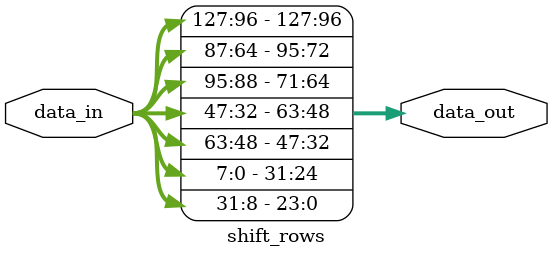
<source format=v>
module shift_rows(data_in,data_out);
    input[127:0] data_in;       // sbyte_out is input
    output reg[127:0] data_out; // 128 bit row shifted output of sbyte
    
    // Shift by 0 unit taking 8 bit as a single block
    assign data_out[127:120] = data_in[127:120];
    assign data_out[119:112] = data_in[119:112];
    assign data_out[111:104] = data_in[111:104];
    assign data_out[103:96] = data_in[103:96];

    // Shift by 1 unit
    assign data_out[95:88] = data_in[87:80];
    assign data_out[87:80] = data_in[79:72];
    assign data_out[79:72] = data_in[71:64];
    assign data_out[71:64] = data_in[95:88];

    // Shift by 2 unit
    assign data_out[63:56] = data_in[47:40];
    assign data_out[55:48] = data_in[39:32];
    assign data_out[47:40] = data_in[63:56];
    assign data_out[39:32] = data_in[55:48];

    // Shift by 3 unit
    assign data_out[31:24] = data_in[7:0];
    assign data_out[23:16] = data_in[31:24];
    assign data_out[15:8] = data_in[23:16];
    assign data_out[7:0] = data_in[15:8];

endmodule
</source>
